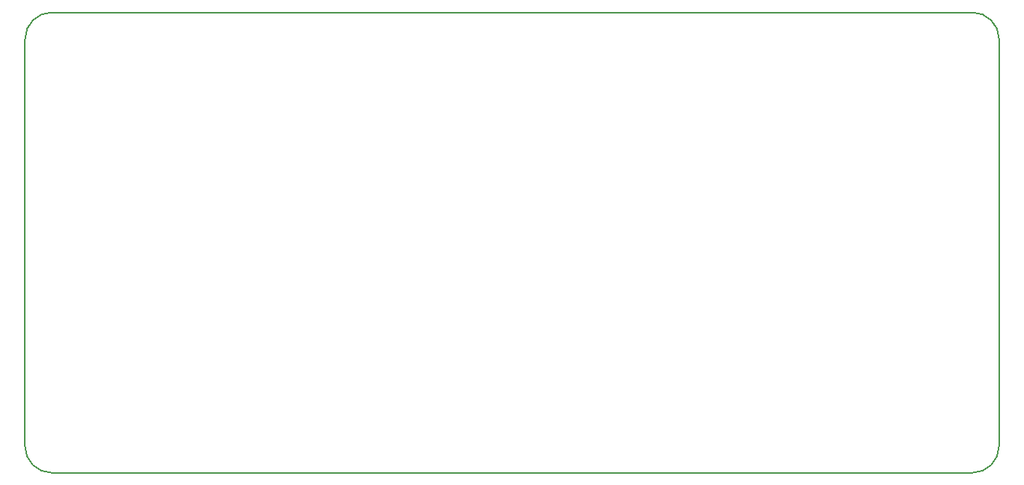
<source format=gbr>
%TF.GenerationSoftware,KiCad,Pcbnew,(6.0.7-1)-1*%
%TF.CreationDate,2022-10-23T13:42:43-07:00*%
%TF.ProjectId,card,63617264-2e6b-4696-9361-645f70636258,v1.0.0*%
%TF.SameCoordinates,Original*%
%TF.FileFunction,Profile,NP*%
%FSLAX46Y46*%
G04 Gerber Fmt 4.6, Leading zero omitted, Abs format (unit mm)*
G04 Created by KiCad (PCBNEW (6.0.7-1)-1) date 2022-10-23 13:42:43*
%MOMM*%
%LPD*%
G01*
G04 APERTURE LIST*
%TA.AperFunction,Profile*%
%ADD10C,0.150000*%
%TD*%
G04 APERTURE END LIST*
D10*
X8000000Y-6000000D02*
X8000000Y40000000D01*
X11000000Y43000000D02*
X115000000Y43000000D01*
X115000000Y-9000000D02*
G75*
G03*
X118000000Y-6000000I0J3000000D01*
G01*
X118000000Y-6000000D02*
X118000000Y40000000D01*
X118000000Y40000000D02*
G75*
G03*
X115000000Y43000000I-3000000J0D01*
G01*
X11000000Y-9000000D02*
X115000000Y-9000000D01*
X11000000Y43000000D02*
G75*
G03*
X8000000Y40000000I0J-3000000D01*
G01*
X8000000Y-6000000D02*
G75*
G03*
X11000000Y-9000000I3000000J0D01*
G01*
M02*

</source>
